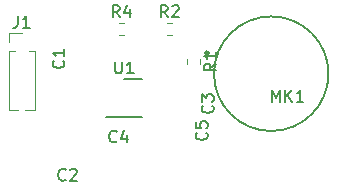
<source format=gbr>
%TF.GenerationSoftware,KiCad,Pcbnew,7.0.10*%
%TF.CreationDate,2024-05-03T14:58:40-07:00*%
%TF.ProjectId,ECE_196_proj_shem,4543455f-3139-4365-9f70-726f6a5f7368,rev?*%
%TF.SameCoordinates,Original*%
%TF.FileFunction,Legend,Top*%
%TF.FilePolarity,Positive*%
%FSLAX46Y46*%
G04 Gerber Fmt 4.6, Leading zero omitted, Abs format (unit mm)*
G04 Created by KiCad (PCBNEW 7.0.10) date 2024-05-03 14:58:40*
%MOMM*%
%LPD*%
G01*
G04 APERTURE LIST*
%ADD10C,0.150000*%
%ADD11C,0.120000*%
%ADD12C,0.127000*%
%ADD13C,0.300000*%
G04 APERTURE END LIST*
D10*
X152487333Y-84114819D02*
X152154000Y-83638628D01*
X151915905Y-84114819D02*
X151915905Y-83114819D01*
X151915905Y-83114819D02*
X152296857Y-83114819D01*
X152296857Y-83114819D02*
X152392095Y-83162438D01*
X152392095Y-83162438D02*
X152439714Y-83210057D01*
X152439714Y-83210057D02*
X152487333Y-83305295D01*
X152487333Y-83305295D02*
X152487333Y-83448152D01*
X152487333Y-83448152D02*
X152439714Y-83543390D01*
X152439714Y-83543390D02*
X152392095Y-83591009D01*
X152392095Y-83591009D02*
X152296857Y-83638628D01*
X152296857Y-83638628D02*
X151915905Y-83638628D01*
X153344476Y-83448152D02*
X153344476Y-84114819D01*
X153106381Y-83067200D02*
X152868286Y-83781485D01*
X152868286Y-83781485D02*
X153487333Y-83781485D01*
X152108095Y-87882319D02*
X152108095Y-88691842D01*
X152108095Y-88691842D02*
X152155714Y-88787080D01*
X152155714Y-88787080D02*
X152203333Y-88834700D01*
X152203333Y-88834700D02*
X152298571Y-88882319D01*
X152298571Y-88882319D02*
X152489047Y-88882319D01*
X152489047Y-88882319D02*
X152584285Y-88834700D01*
X152584285Y-88834700D02*
X152631904Y-88787080D01*
X152631904Y-88787080D02*
X152679523Y-88691842D01*
X152679523Y-88691842D02*
X152679523Y-87882319D01*
X153679523Y-88882319D02*
X153108095Y-88882319D01*
X153393809Y-88882319D02*
X153393809Y-87882319D01*
X153393809Y-87882319D02*
X153298571Y-88025176D01*
X153298571Y-88025176D02*
X153203333Y-88120414D01*
X153203333Y-88120414D02*
X153108095Y-88168033D01*
X160634819Y-88050666D02*
X160158628Y-88383999D01*
X160634819Y-88622094D02*
X159634819Y-88622094D01*
X159634819Y-88622094D02*
X159634819Y-88241142D01*
X159634819Y-88241142D02*
X159682438Y-88145904D01*
X159682438Y-88145904D02*
X159730057Y-88098285D01*
X159730057Y-88098285D02*
X159825295Y-88050666D01*
X159825295Y-88050666D02*
X159968152Y-88050666D01*
X159968152Y-88050666D02*
X160063390Y-88098285D01*
X160063390Y-88098285D02*
X160111009Y-88145904D01*
X160111009Y-88145904D02*
X160158628Y-88241142D01*
X160158628Y-88241142D02*
X160158628Y-88622094D01*
X160634819Y-87098285D02*
X160634819Y-87669713D01*
X160634819Y-87383999D02*
X159634819Y-87383999D01*
X159634819Y-87383999D02*
X159777676Y-87479237D01*
X159777676Y-87479237D02*
X159872914Y-87574475D01*
X159872914Y-87574475D02*
X159920533Y-87669713D01*
X147915333Y-97861580D02*
X147867714Y-97909200D01*
X147867714Y-97909200D02*
X147724857Y-97956819D01*
X147724857Y-97956819D02*
X147629619Y-97956819D01*
X147629619Y-97956819D02*
X147486762Y-97909200D01*
X147486762Y-97909200D02*
X147391524Y-97813961D01*
X147391524Y-97813961D02*
X147343905Y-97718723D01*
X147343905Y-97718723D02*
X147296286Y-97528247D01*
X147296286Y-97528247D02*
X147296286Y-97385390D01*
X147296286Y-97385390D02*
X147343905Y-97194914D01*
X147343905Y-97194914D02*
X147391524Y-97099676D01*
X147391524Y-97099676D02*
X147486762Y-97004438D01*
X147486762Y-97004438D02*
X147629619Y-96956819D01*
X147629619Y-96956819D02*
X147724857Y-96956819D01*
X147724857Y-96956819D02*
X147867714Y-97004438D01*
X147867714Y-97004438D02*
X147915333Y-97052057D01*
X148296286Y-97052057D02*
X148343905Y-97004438D01*
X148343905Y-97004438D02*
X148439143Y-96956819D01*
X148439143Y-96956819D02*
X148677238Y-96956819D01*
X148677238Y-96956819D02*
X148772476Y-97004438D01*
X148772476Y-97004438D02*
X148820095Y-97052057D01*
X148820095Y-97052057D02*
X148867714Y-97147295D01*
X148867714Y-97147295D02*
X148867714Y-97242533D01*
X148867714Y-97242533D02*
X148820095Y-97385390D01*
X148820095Y-97385390D02*
X148248667Y-97956819D01*
X148248667Y-97956819D02*
X148867714Y-97956819D01*
X159837580Y-93892666D02*
X159885200Y-93940285D01*
X159885200Y-93940285D02*
X159932819Y-94083142D01*
X159932819Y-94083142D02*
X159932819Y-94178380D01*
X159932819Y-94178380D02*
X159885200Y-94321237D01*
X159885200Y-94321237D02*
X159789961Y-94416475D01*
X159789961Y-94416475D02*
X159694723Y-94464094D01*
X159694723Y-94464094D02*
X159504247Y-94511713D01*
X159504247Y-94511713D02*
X159361390Y-94511713D01*
X159361390Y-94511713D02*
X159170914Y-94464094D01*
X159170914Y-94464094D02*
X159075676Y-94416475D01*
X159075676Y-94416475D02*
X158980438Y-94321237D01*
X158980438Y-94321237D02*
X158932819Y-94178380D01*
X158932819Y-94178380D02*
X158932819Y-94083142D01*
X158932819Y-94083142D02*
X158980438Y-93940285D01*
X158980438Y-93940285D02*
X159028057Y-93892666D01*
X158932819Y-92987904D02*
X158932819Y-93464094D01*
X158932819Y-93464094D02*
X159409009Y-93511713D01*
X159409009Y-93511713D02*
X159361390Y-93464094D01*
X159361390Y-93464094D02*
X159313771Y-93368856D01*
X159313771Y-93368856D02*
X159313771Y-93130761D01*
X159313771Y-93130761D02*
X159361390Y-93035523D01*
X159361390Y-93035523D02*
X159409009Y-92987904D01*
X159409009Y-92987904D02*
X159504247Y-92940285D01*
X159504247Y-92940285D02*
X159742342Y-92940285D01*
X159742342Y-92940285D02*
X159837580Y-92987904D01*
X159837580Y-92987904D02*
X159885200Y-93035523D01*
X159885200Y-93035523D02*
X159932819Y-93130761D01*
X159932819Y-93130761D02*
X159932819Y-93368856D01*
X159932819Y-93368856D02*
X159885200Y-93464094D01*
X159885200Y-93464094D02*
X159837580Y-93511713D01*
X156551333Y-84114819D02*
X156218000Y-83638628D01*
X155979905Y-84114819D02*
X155979905Y-83114819D01*
X155979905Y-83114819D02*
X156360857Y-83114819D01*
X156360857Y-83114819D02*
X156456095Y-83162438D01*
X156456095Y-83162438D02*
X156503714Y-83210057D01*
X156503714Y-83210057D02*
X156551333Y-83305295D01*
X156551333Y-83305295D02*
X156551333Y-83448152D01*
X156551333Y-83448152D02*
X156503714Y-83543390D01*
X156503714Y-83543390D02*
X156456095Y-83591009D01*
X156456095Y-83591009D02*
X156360857Y-83638628D01*
X156360857Y-83638628D02*
X155979905Y-83638628D01*
X156932286Y-83210057D02*
X156979905Y-83162438D01*
X156979905Y-83162438D02*
X157075143Y-83114819D01*
X157075143Y-83114819D02*
X157313238Y-83114819D01*
X157313238Y-83114819D02*
X157408476Y-83162438D01*
X157408476Y-83162438D02*
X157456095Y-83210057D01*
X157456095Y-83210057D02*
X157503714Y-83305295D01*
X157503714Y-83305295D02*
X157503714Y-83400533D01*
X157503714Y-83400533D02*
X157456095Y-83543390D01*
X157456095Y-83543390D02*
X156884667Y-84114819D01*
X156884667Y-84114819D02*
X157503714Y-84114819D01*
X152233333Y-94627580D02*
X152185714Y-94675200D01*
X152185714Y-94675200D02*
X152042857Y-94722819D01*
X152042857Y-94722819D02*
X151947619Y-94722819D01*
X151947619Y-94722819D02*
X151804762Y-94675200D01*
X151804762Y-94675200D02*
X151709524Y-94579961D01*
X151709524Y-94579961D02*
X151661905Y-94484723D01*
X151661905Y-94484723D02*
X151614286Y-94294247D01*
X151614286Y-94294247D02*
X151614286Y-94151390D01*
X151614286Y-94151390D02*
X151661905Y-93960914D01*
X151661905Y-93960914D02*
X151709524Y-93865676D01*
X151709524Y-93865676D02*
X151804762Y-93770438D01*
X151804762Y-93770438D02*
X151947619Y-93722819D01*
X151947619Y-93722819D02*
X152042857Y-93722819D01*
X152042857Y-93722819D02*
X152185714Y-93770438D01*
X152185714Y-93770438D02*
X152233333Y-93818057D01*
X153090476Y-94056152D02*
X153090476Y-94722819D01*
X152852381Y-93675200D02*
X152614286Y-94389485D01*
X152614286Y-94389485D02*
X153233333Y-94389485D01*
X165372012Y-91264982D02*
X165372012Y-90264628D01*
X165372012Y-90264628D02*
X165705463Y-90979167D01*
X165705463Y-90979167D02*
X166038915Y-90264628D01*
X166038915Y-90264628D02*
X166038915Y-91264982D01*
X166515274Y-91264982D02*
X166515274Y-90264628D01*
X167086905Y-91264982D02*
X166658182Y-90693352D01*
X167086905Y-90264628D02*
X166515274Y-90836259D01*
X168039623Y-91264982D02*
X167467992Y-91264982D01*
X167753808Y-91264982D02*
X167753808Y-90264628D01*
X167753808Y-90264628D02*
X167658536Y-90407536D01*
X167658536Y-90407536D02*
X167563264Y-90502808D01*
X167563264Y-90502808D02*
X167467992Y-90550444D01*
X143876666Y-83989819D02*
X143876666Y-84704104D01*
X143876666Y-84704104D02*
X143829047Y-84846961D01*
X143829047Y-84846961D02*
X143733809Y-84942200D01*
X143733809Y-84942200D02*
X143590952Y-84989819D01*
X143590952Y-84989819D02*
X143495714Y-84989819D01*
X144876666Y-84989819D02*
X144305238Y-84989819D01*
X144590952Y-84989819D02*
X144590952Y-83989819D01*
X144590952Y-83989819D02*
X144495714Y-84132676D01*
X144495714Y-84132676D02*
X144400476Y-84227914D01*
X144400476Y-84227914D02*
X144305238Y-84275533D01*
X160345580Y-91606666D02*
X160393200Y-91654285D01*
X160393200Y-91654285D02*
X160440819Y-91797142D01*
X160440819Y-91797142D02*
X160440819Y-91892380D01*
X160440819Y-91892380D02*
X160393200Y-92035237D01*
X160393200Y-92035237D02*
X160297961Y-92130475D01*
X160297961Y-92130475D02*
X160202723Y-92178094D01*
X160202723Y-92178094D02*
X160012247Y-92225713D01*
X160012247Y-92225713D02*
X159869390Y-92225713D01*
X159869390Y-92225713D02*
X159678914Y-92178094D01*
X159678914Y-92178094D02*
X159583676Y-92130475D01*
X159583676Y-92130475D02*
X159488438Y-92035237D01*
X159488438Y-92035237D02*
X159440819Y-91892380D01*
X159440819Y-91892380D02*
X159440819Y-91797142D01*
X159440819Y-91797142D02*
X159488438Y-91654285D01*
X159488438Y-91654285D02*
X159536057Y-91606666D01*
X159440819Y-91273332D02*
X159440819Y-90654285D01*
X159440819Y-90654285D02*
X159821771Y-90987618D01*
X159821771Y-90987618D02*
X159821771Y-90844761D01*
X159821771Y-90844761D02*
X159869390Y-90749523D01*
X159869390Y-90749523D02*
X159917009Y-90701904D01*
X159917009Y-90701904D02*
X160012247Y-90654285D01*
X160012247Y-90654285D02*
X160250342Y-90654285D01*
X160250342Y-90654285D02*
X160345580Y-90701904D01*
X160345580Y-90701904D02*
X160393200Y-90749523D01*
X160393200Y-90749523D02*
X160440819Y-90844761D01*
X160440819Y-90844761D02*
X160440819Y-91130475D01*
X160440819Y-91130475D02*
X160393200Y-91225713D01*
X160393200Y-91225713D02*
X160345580Y-91273332D01*
X147713580Y-87796666D02*
X147761200Y-87844285D01*
X147761200Y-87844285D02*
X147808819Y-87987142D01*
X147808819Y-87987142D02*
X147808819Y-88082380D01*
X147808819Y-88082380D02*
X147761200Y-88225237D01*
X147761200Y-88225237D02*
X147665961Y-88320475D01*
X147665961Y-88320475D02*
X147570723Y-88368094D01*
X147570723Y-88368094D02*
X147380247Y-88415713D01*
X147380247Y-88415713D02*
X147237390Y-88415713D01*
X147237390Y-88415713D02*
X147046914Y-88368094D01*
X147046914Y-88368094D02*
X146951676Y-88320475D01*
X146951676Y-88320475D02*
X146856438Y-88225237D01*
X146856438Y-88225237D02*
X146808819Y-88082380D01*
X146808819Y-88082380D02*
X146808819Y-87987142D01*
X146808819Y-87987142D02*
X146856438Y-87844285D01*
X146856438Y-87844285D02*
X146904057Y-87796666D01*
X147808819Y-86844285D02*
X147808819Y-87415713D01*
X147808819Y-87129999D02*
X146808819Y-87129999D01*
X146808819Y-87129999D02*
X146951676Y-87225237D01*
X146951676Y-87225237D02*
X147046914Y-87320475D01*
X147046914Y-87320475D02*
X147094533Y-87415713D01*
D11*
%TO.C,R4*%
X152416742Y-84567500D02*
X152891258Y-84567500D01*
X152416742Y-85612500D02*
X152891258Y-85612500D01*
D10*
%TO.C,U1*%
X151370000Y-92602500D02*
X154370000Y-92602500D01*
X152870000Y-89352500D02*
X154370000Y-89352500D01*
D11*
%TO.C,R1*%
X159272500Y-87646742D02*
X159272500Y-88121258D01*
X158227500Y-87646742D02*
X158227500Y-88121258D01*
%TO.C,R2*%
X156480742Y-84567500D02*
X156955258Y-84567500D01*
X156480742Y-85612500D02*
X156955258Y-85612500D01*
D12*
%TO.C,MK1*%
X170172000Y-88900000D02*
G75*
G03*
X160472000Y-88900000I-4850000J0D01*
G01*
X160472000Y-88900000D02*
G75*
G03*
X170172000Y-88900000I4850000J0D01*
G01*
D13*
X159979000Y-87159000D02*
G75*
G03*
X159779000Y-87159000I-100000J0D01*
G01*
X159779000Y-87159000D02*
G75*
G03*
X159979000Y-87159000I100000J0D01*
G01*
D11*
%TO.C,J1*%
X143100000Y-85470000D02*
X144210000Y-85470000D01*
X143100000Y-86230000D02*
X143100000Y-85470000D01*
X143100000Y-86990000D02*
X143100000Y-92005000D01*
X143100000Y-86990000D02*
X143646529Y-86990000D01*
X143100000Y-92005000D02*
X143902470Y-92005000D01*
X144517530Y-92005000D02*
X145320000Y-92005000D01*
X144773471Y-86990000D02*
X145320000Y-86990000D01*
X145320000Y-86990000D02*
X145320000Y-92005000D01*
%TD*%
M02*

</source>
